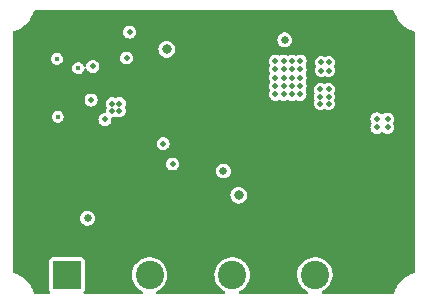
<source format=gbr>
%TF.GenerationSoftware,KiCad,Pcbnew,6.0.11+dfsg-1~bpo11+1*%
%TF.CreationDate,2023-08-28T18:41:00-05:00*%
%TF.ProjectId,Gauntl33tVoltageRegulator,4761756e-746c-4333-9374-566f6c746167,rev?*%
%TF.SameCoordinates,Original*%
%TF.FileFunction,Copper,L2,Inr*%
%TF.FilePolarity,Positive*%
%FSLAX46Y46*%
G04 Gerber Fmt 4.6, Leading zero omitted, Abs format (unit mm)*
G04 Created by KiCad (PCBNEW 6.0.11+dfsg-1~bpo11+1) date 2023-08-28 18:41:00*
%MOMM*%
%LPD*%
G01*
G04 APERTURE LIST*
%TA.AperFunction,ComponentPad*%
%ADD10R,2.400000X2.400000*%
%TD*%
%TA.AperFunction,ComponentPad*%
%ADD11C,2.400000*%
%TD*%
%TA.AperFunction,ViaPad*%
%ADD12C,0.800000*%
%TD*%
%TA.AperFunction,ViaPad*%
%ADD13C,0.650000*%
%TD*%
%TA.AperFunction,ViaPad*%
%ADD14C,0.500000*%
%TD*%
%TA.AperFunction,ViaPad*%
%ADD15C,0.400000*%
%TD*%
G04 APERTURE END LIST*
D10*
%TO.N,Net-(F2-Pad1)*%
%TO.C,J1*%
X122050000Y-128900000D03*
D11*
%TO.N,GND*%
X125550000Y-128900000D03*
%TO.N,Net-(F1-Pad1)*%
X129050000Y-128900000D03*
%TO.N,GND*%
X132550000Y-128900000D03*
%TO.N,Net-(J1-Pad5)*%
X136050000Y-128900000D03*
%TO.N,GND*%
X139550000Y-128900000D03*
%TO.N,/5V*%
X143050000Y-128900000D03*
%TO.N,GND*%
X146550000Y-128900000D03*
%TD*%
D12*
%TO.N,/5V*%
X130500000Y-109800000D03*
X136600000Y-122162500D03*
D13*
%TO.N,/+20V*%
X123800000Y-124100000D03*
D14*
X126500000Y-114400000D03*
D13*
X135300000Y-120100000D03*
D14*
X125265498Y-115734502D03*
X126500000Y-115000000D03*
X125900000Y-115000000D03*
X125900000Y-114400000D03*
X124100000Y-114100000D03*
D15*
%TO.N,/5V*%
X123005000Y-111390000D03*
D14*
%TO.N,GND*%
X134700000Y-118500000D03*
X150100000Y-122800000D03*
X126500000Y-112500000D03*
X132400000Y-118900000D03*
X128000000Y-122400000D03*
X146000000Y-112100000D03*
X128700000Y-121700000D03*
X150100000Y-123400000D03*
X145000000Y-121600000D03*
X128000000Y-118600000D03*
X128700000Y-120000000D03*
X146700000Y-114500000D03*
X146600000Y-110900000D03*
X127262000Y-112760000D03*
X150700000Y-121600000D03*
X150700000Y-122800000D03*
X118800000Y-109300000D03*
X127900000Y-113400000D03*
X146000000Y-114500000D03*
X145400000Y-113300000D03*
X126500000Y-113500000D03*
X145600000Y-121000000D03*
X145000000Y-122200000D03*
X145000000Y-119800000D03*
X129400000Y-122400000D03*
X140100000Y-122000000D03*
X129400000Y-120700000D03*
X129400000Y-120000000D03*
X125900000Y-112500000D03*
X132400000Y-119600000D03*
X139700000Y-124400000D03*
X127900000Y-114600000D03*
X145400000Y-114500000D03*
X146000000Y-113900000D03*
X150700000Y-123400000D03*
X127900000Y-115200000D03*
X138200000Y-122100000D03*
X128600000Y-110200000D03*
X125900000Y-113500000D03*
X146000000Y-110900000D03*
X128700000Y-122400000D03*
X145600000Y-122200000D03*
X129400000Y-119300000D03*
X129400000Y-121700000D03*
X145600000Y-120400000D03*
X150700000Y-118600000D03*
X120100000Y-113300000D03*
X145000000Y-121000000D03*
X122300000Y-110600000D03*
X137000000Y-124500000D03*
X134700000Y-119200000D03*
X145600000Y-119800000D03*
X128000000Y-121700000D03*
X125900000Y-113000000D03*
X128700000Y-120700000D03*
X145000000Y-119200000D03*
X127900000Y-114000000D03*
X128000000Y-120000000D03*
X140100000Y-120200000D03*
X129400000Y-118600000D03*
X139000000Y-122100000D03*
X146600000Y-111500000D03*
X146600000Y-113900000D03*
X128000000Y-120700000D03*
X136000000Y-123200000D03*
X146000000Y-113300000D03*
X145000000Y-118600000D03*
X150700000Y-119200000D03*
X136300000Y-124000000D03*
X128000000Y-123100000D03*
X146600000Y-112100000D03*
X143100000Y-124400000D03*
X128700000Y-118600000D03*
X132100000Y-122300000D03*
X124200000Y-106800000D03*
X132100000Y-123000000D03*
X146000000Y-111500000D03*
X127300000Y-114000000D03*
X146600000Y-113300000D03*
X145000000Y-120400000D03*
X150700000Y-120400000D03*
X145600000Y-118600000D03*
X127300000Y-115200000D03*
D12*
X119000000Y-129000000D03*
D14*
X129400000Y-123100000D03*
X128700000Y-123100000D03*
X145600000Y-122800000D03*
X145400000Y-110900000D03*
X145000000Y-123400000D03*
X145400000Y-113900000D03*
X145400000Y-112100000D03*
X122600000Y-107900000D03*
D12*
X118000000Y-128000000D03*
D14*
X127300000Y-114600000D03*
X122200000Y-114000000D03*
X128700000Y-119300000D03*
X128000000Y-119300000D03*
X145400000Y-111500000D03*
X150700000Y-122200000D03*
X150700000Y-121000000D03*
X121800000Y-116900000D03*
X150700000Y-119800000D03*
X127300000Y-113400000D03*
X145600000Y-121600000D03*
X145600000Y-119200000D03*
X126500000Y-113000000D03*
X145000000Y-122800000D03*
%TO.N,/PGOOD*%
X130200000Y-117800000D03*
X127121588Y-110521588D03*
D15*
%TO.N,/5V*%
X121215000Y-110610000D03*
X121275000Y-115520000D03*
D14*
X127367500Y-108332061D03*
%TO.N,/Vreg*%
X141100000Y-113600000D03*
X139700000Y-113600000D03*
X139700000Y-112200000D03*
X141800000Y-113600000D03*
X143600000Y-110900000D03*
X140400000Y-112900000D03*
X140400000Y-110800000D03*
X141800000Y-110800000D03*
X139700000Y-110800000D03*
X141800000Y-112900000D03*
X140400000Y-111500000D03*
X141800000Y-112200000D03*
X144200000Y-114400000D03*
X143500000Y-114400000D03*
X141100000Y-111500000D03*
X143500000Y-113200000D03*
D13*
X140500000Y-109000000D03*
D14*
X139700000Y-111500000D03*
X143600000Y-111600000D03*
X144200000Y-110900000D03*
X140400000Y-113600000D03*
X124246000Y-111254000D03*
X144200000Y-113200000D03*
X143500000Y-113800000D03*
X144200000Y-111600000D03*
X144200000Y-113800000D03*
X140400000Y-112200000D03*
X141100000Y-110800000D03*
X139700000Y-112900000D03*
X141100000Y-112900000D03*
X141100000Y-112200000D03*
X141800000Y-111500000D03*
%TO.N,Net-(F1-Pad1)*%
X149200000Y-115700000D03*
X148300000Y-116400000D03*
X149200000Y-116400000D03*
X148300000Y-115700000D03*
%TO.N,Net-(J1-Pad5)*%
X131000000Y-119500000D03*
%TD*%
%TA.AperFunction,Conductor*%
%TO.N,GND*%
G36*
X149721610Y-106520002D02*
G01*
X149768103Y-106573658D01*
X149773784Y-106588515D01*
X149845063Y-106817260D01*
X149959285Y-107071050D01*
X150103265Y-107309222D01*
X150105606Y-107312210D01*
X150105608Y-107312213D01*
X150272551Y-107525299D01*
X150274904Y-107528302D01*
X150471698Y-107725096D01*
X150474698Y-107727447D01*
X150474701Y-107727449D01*
X150628624Y-107848040D01*
X150690778Y-107896735D01*
X150694032Y-107898702D01*
X150925689Y-108038744D01*
X150925693Y-108038746D01*
X150928950Y-108040715D01*
X150959437Y-108054436D01*
X151179264Y-108153373D01*
X151179270Y-108153375D01*
X151182740Y-108154937D01*
X151186376Y-108156070D01*
X151411485Y-108226216D01*
X151470571Y-108265578D01*
X151498996Y-108330636D01*
X151500000Y-108346511D01*
X151500000Y-128653489D01*
X151479998Y-128721610D01*
X151426342Y-128768103D01*
X151411485Y-128773784D01*
X151182740Y-128845063D01*
X151179270Y-128846625D01*
X151179264Y-128846627D01*
X151142410Y-128863214D01*
X150928950Y-128959285D01*
X150925693Y-128961254D01*
X150925689Y-128961256D01*
X150773950Y-129052986D01*
X150690778Y-129103265D01*
X150687790Y-129105606D01*
X150687787Y-129105608D01*
X150474701Y-129272551D01*
X150471698Y-129274904D01*
X150274904Y-129471698D01*
X150272553Y-129474698D01*
X150272551Y-129474701D01*
X150115264Y-129675463D01*
X150103265Y-129690778D01*
X150101298Y-129694032D01*
X149989188Y-129879485D01*
X149959285Y-129928950D01*
X149906446Y-130046353D01*
X149846750Y-130178992D01*
X149845063Y-130182740D01*
X149814461Y-130280945D01*
X149773784Y-130411485D01*
X149734422Y-130470571D01*
X149669364Y-130498996D01*
X149653489Y-130500000D01*
X143738475Y-130500000D01*
X143670354Y-130479998D01*
X143623861Y-130426342D01*
X143613757Y-130356068D01*
X143643251Y-130291488D01*
X143683043Y-130260849D01*
X143816303Y-130195566D01*
X143816308Y-130195563D01*
X143820954Y-130193287D01*
X143825164Y-130190284D01*
X143825169Y-130190281D01*
X144017617Y-130053009D01*
X144017622Y-130053005D01*
X144021829Y-130050004D01*
X144196605Y-129875837D01*
X144340588Y-129675463D01*
X144449911Y-129454264D01*
X144505120Y-129272551D01*
X144520135Y-129223132D01*
X144520136Y-129223126D01*
X144521639Y-129218180D01*
X144553845Y-128973550D01*
X144555643Y-128900000D01*
X144542030Y-128734422D01*
X144535849Y-128659240D01*
X144535848Y-128659234D01*
X144535425Y-128654089D01*
X144475316Y-128414783D01*
X144376928Y-128188507D01*
X144242905Y-127981339D01*
X144216635Y-127952468D01*
X144190243Y-127923464D01*
X144076846Y-127798842D01*
X144072795Y-127795643D01*
X144072791Y-127795639D01*
X143887264Y-127649119D01*
X143887259Y-127649116D01*
X143883210Y-127645918D01*
X143878694Y-127643425D01*
X143878691Y-127643423D01*
X143671722Y-127529170D01*
X143671718Y-127529168D01*
X143667198Y-127526673D01*
X143662329Y-127524949D01*
X143662325Y-127524947D01*
X143439485Y-127446035D01*
X143439481Y-127446034D01*
X143434610Y-127444309D01*
X143429517Y-127443402D01*
X143429514Y-127443401D01*
X143196783Y-127401945D01*
X143196777Y-127401944D01*
X143191694Y-127401039D01*
X143112324Y-127400069D01*
X142950142Y-127398088D01*
X142950140Y-127398088D01*
X142944972Y-127398025D01*
X142701070Y-127435347D01*
X142466540Y-127512003D01*
X142380153Y-127556973D01*
X142257144Y-127621008D01*
X142247679Y-127625935D01*
X142243546Y-127629038D01*
X142243543Y-127629040D01*
X142054499Y-127770978D01*
X142050364Y-127774083D01*
X141879896Y-127952468D01*
X141876982Y-127956740D01*
X141876981Y-127956741D01*
X141857238Y-127985683D01*
X141740851Y-128156300D01*
X141636965Y-128380104D01*
X141571026Y-128617871D01*
X141544806Y-128863214D01*
X141559010Y-129109545D01*
X141560147Y-129114591D01*
X141560148Y-129114597D01*
X141582336Y-129213051D01*
X141613255Y-129350249D01*
X141706084Y-129578861D01*
X141835006Y-129789241D01*
X141996557Y-129975741D01*
X142186399Y-130133351D01*
X142199342Y-130140914D01*
X142394967Y-130255229D01*
X142394974Y-130255232D01*
X142399433Y-130257838D01*
X142404262Y-130259682D01*
X142405698Y-130260370D01*
X142458488Y-130307844D01*
X142477232Y-130376321D01*
X142455978Y-130444062D01*
X142401475Y-130489558D01*
X142351253Y-130500000D01*
X136738475Y-130500000D01*
X136670354Y-130479998D01*
X136623861Y-130426342D01*
X136613757Y-130356068D01*
X136643251Y-130291488D01*
X136683043Y-130260849D01*
X136816303Y-130195566D01*
X136816308Y-130195563D01*
X136820954Y-130193287D01*
X136825164Y-130190284D01*
X136825169Y-130190281D01*
X137017617Y-130053009D01*
X137017622Y-130053005D01*
X137021829Y-130050004D01*
X137196605Y-129875837D01*
X137340588Y-129675463D01*
X137449911Y-129454264D01*
X137505120Y-129272551D01*
X137520135Y-129223132D01*
X137520136Y-129223126D01*
X137521639Y-129218180D01*
X137553845Y-128973550D01*
X137555643Y-128900000D01*
X137542030Y-128734422D01*
X137535849Y-128659240D01*
X137535848Y-128659234D01*
X137535425Y-128654089D01*
X137475316Y-128414783D01*
X137376928Y-128188507D01*
X137242905Y-127981339D01*
X137216635Y-127952468D01*
X137190243Y-127923464D01*
X137076846Y-127798842D01*
X137072795Y-127795643D01*
X137072791Y-127795639D01*
X136887264Y-127649119D01*
X136887259Y-127649116D01*
X136883210Y-127645918D01*
X136878694Y-127643425D01*
X136878691Y-127643423D01*
X136671722Y-127529170D01*
X136671718Y-127529168D01*
X136667198Y-127526673D01*
X136662329Y-127524949D01*
X136662325Y-127524947D01*
X136439485Y-127446035D01*
X136439481Y-127446034D01*
X136434610Y-127444309D01*
X136429517Y-127443402D01*
X136429514Y-127443401D01*
X136196783Y-127401945D01*
X136196777Y-127401944D01*
X136191694Y-127401039D01*
X136112324Y-127400069D01*
X135950142Y-127398088D01*
X135950140Y-127398088D01*
X135944972Y-127398025D01*
X135701070Y-127435347D01*
X135466540Y-127512003D01*
X135380153Y-127556973D01*
X135257144Y-127621008D01*
X135247679Y-127625935D01*
X135243546Y-127629038D01*
X135243543Y-127629040D01*
X135054499Y-127770978D01*
X135050364Y-127774083D01*
X134879896Y-127952468D01*
X134876982Y-127956740D01*
X134876981Y-127956741D01*
X134857238Y-127985683D01*
X134740851Y-128156300D01*
X134636965Y-128380104D01*
X134571026Y-128617871D01*
X134544806Y-128863214D01*
X134559010Y-129109545D01*
X134560147Y-129114591D01*
X134560148Y-129114597D01*
X134582336Y-129213051D01*
X134613255Y-129350249D01*
X134706084Y-129578861D01*
X134835006Y-129789241D01*
X134996557Y-129975741D01*
X135186399Y-130133351D01*
X135199342Y-130140914D01*
X135394967Y-130255229D01*
X135394974Y-130255232D01*
X135399433Y-130257838D01*
X135404262Y-130259682D01*
X135405698Y-130260370D01*
X135458488Y-130307844D01*
X135477232Y-130376321D01*
X135455978Y-130444062D01*
X135401475Y-130489558D01*
X135351253Y-130500000D01*
X129738475Y-130500000D01*
X129670354Y-130479998D01*
X129623861Y-130426342D01*
X129613757Y-130356068D01*
X129643251Y-130291488D01*
X129683043Y-130260849D01*
X129816303Y-130195566D01*
X129816308Y-130195563D01*
X129820954Y-130193287D01*
X129825164Y-130190284D01*
X129825169Y-130190281D01*
X130017617Y-130053009D01*
X130017622Y-130053005D01*
X130021829Y-130050004D01*
X130196605Y-129875837D01*
X130340588Y-129675463D01*
X130449911Y-129454264D01*
X130505120Y-129272551D01*
X130520135Y-129223132D01*
X130520136Y-129223126D01*
X130521639Y-129218180D01*
X130553845Y-128973550D01*
X130555643Y-128900000D01*
X130542030Y-128734422D01*
X130535849Y-128659240D01*
X130535848Y-128659234D01*
X130535425Y-128654089D01*
X130475316Y-128414783D01*
X130376928Y-128188507D01*
X130242905Y-127981339D01*
X130216635Y-127952468D01*
X130190243Y-127923464D01*
X130076846Y-127798842D01*
X130072795Y-127795643D01*
X130072791Y-127795639D01*
X129887264Y-127649119D01*
X129887259Y-127649116D01*
X129883210Y-127645918D01*
X129878694Y-127643425D01*
X129878691Y-127643423D01*
X129671722Y-127529170D01*
X129671718Y-127529168D01*
X129667198Y-127526673D01*
X129662329Y-127524949D01*
X129662325Y-127524947D01*
X129439485Y-127446035D01*
X129439481Y-127446034D01*
X129434610Y-127444309D01*
X129429517Y-127443402D01*
X129429514Y-127443401D01*
X129196783Y-127401945D01*
X129196777Y-127401944D01*
X129191694Y-127401039D01*
X129112324Y-127400069D01*
X128950142Y-127398088D01*
X128950140Y-127398088D01*
X128944972Y-127398025D01*
X128701070Y-127435347D01*
X128466540Y-127512003D01*
X128380153Y-127556973D01*
X128257144Y-127621008D01*
X128247679Y-127625935D01*
X128243546Y-127629038D01*
X128243543Y-127629040D01*
X128054499Y-127770978D01*
X128050364Y-127774083D01*
X127879896Y-127952468D01*
X127876982Y-127956740D01*
X127876981Y-127956741D01*
X127857238Y-127985683D01*
X127740851Y-128156300D01*
X127636965Y-128380104D01*
X127571026Y-128617871D01*
X127544806Y-128863214D01*
X127559010Y-129109545D01*
X127560147Y-129114591D01*
X127560148Y-129114597D01*
X127582336Y-129213051D01*
X127613255Y-129350249D01*
X127706084Y-129578861D01*
X127835006Y-129789241D01*
X127996557Y-129975741D01*
X128186399Y-130133351D01*
X128199342Y-130140914D01*
X128394967Y-130255229D01*
X128394974Y-130255232D01*
X128399433Y-130257838D01*
X128404262Y-130259682D01*
X128405698Y-130260370D01*
X128458488Y-130307844D01*
X128477232Y-130376321D01*
X128455978Y-130444062D01*
X128401475Y-130489558D01*
X128351253Y-130500000D01*
X123579166Y-130500000D01*
X123511045Y-130479998D01*
X123464552Y-130426342D01*
X123454448Y-130356068D01*
X123483942Y-130291488D01*
X123489994Y-130284981D01*
X123494024Y-130280945D01*
X123494025Y-130280943D01*
X123502241Y-130272713D01*
X123507487Y-130260849D01*
X123543675Y-130178992D01*
X123547506Y-130170327D01*
X123550500Y-130144646D01*
X123550500Y-127655354D01*
X123547382Y-127629154D01*
X123501939Y-127526847D01*
X123489464Y-127514393D01*
X123430945Y-127455977D01*
X123422713Y-127447759D01*
X123412076Y-127443056D01*
X123412074Y-127443055D01*
X123352538Y-127416735D01*
X123320327Y-127402494D01*
X123294646Y-127399500D01*
X120805354Y-127399500D01*
X120801650Y-127399941D01*
X120801647Y-127399941D01*
X120794254Y-127400821D01*
X120779154Y-127402618D01*
X120676847Y-127448061D01*
X120597759Y-127527287D01*
X120552494Y-127629673D01*
X120549500Y-127655354D01*
X120549500Y-130144646D01*
X120552618Y-130170846D01*
X120598061Y-130273153D01*
X120606295Y-130281373D01*
X120606296Y-130281374D01*
X120609756Y-130284828D01*
X120643835Y-130347111D01*
X120638830Y-130417931D01*
X120596332Y-130474804D01*
X120529833Y-130499671D01*
X120520737Y-130500000D01*
X119346511Y-130500000D01*
X119278390Y-130479998D01*
X119231897Y-130426342D01*
X119226216Y-130411485D01*
X119185539Y-130280945D01*
X119154937Y-130182740D01*
X119153251Y-130178992D01*
X119093554Y-130046353D01*
X119040715Y-129928950D01*
X119010813Y-129879485D01*
X118898702Y-129694032D01*
X118896735Y-129690778D01*
X118884737Y-129675463D01*
X118727449Y-129474701D01*
X118727447Y-129474698D01*
X118725096Y-129471698D01*
X118528302Y-129274904D01*
X118525299Y-129272551D01*
X118312213Y-129105608D01*
X118312210Y-129105606D01*
X118309222Y-129103265D01*
X118226050Y-129052986D01*
X118074311Y-128961256D01*
X118074307Y-128961254D01*
X118071050Y-128959285D01*
X117857590Y-128863214D01*
X117820736Y-128846627D01*
X117820730Y-128846625D01*
X117817260Y-128845063D01*
X117588515Y-128773784D01*
X117529429Y-128734422D01*
X117501004Y-128669364D01*
X117500000Y-128653489D01*
X117500000Y-124093402D01*
X123169941Y-124093402D01*
X123186554Y-124243883D01*
X123238582Y-124386057D01*
X123242819Y-124392363D01*
X123242821Y-124392366D01*
X123281412Y-124449794D01*
X123323022Y-124511716D01*
X123434998Y-124613607D01*
X123441675Y-124617232D01*
X123441676Y-124617233D01*
X123561370Y-124682222D01*
X123561372Y-124682223D01*
X123568047Y-124685847D01*
X123575396Y-124687775D01*
X123707136Y-124722336D01*
X123707138Y-124722336D01*
X123714486Y-124724264D01*
X123794562Y-124725522D01*
X123858266Y-124726523D01*
X123858269Y-124726523D01*
X123865863Y-124726642D01*
X124013437Y-124692843D01*
X124080731Y-124658998D01*
X124141906Y-124628231D01*
X124141909Y-124628229D01*
X124148689Y-124624819D01*
X124263810Y-124526495D01*
X124352156Y-124403550D01*
X124408624Y-124263080D01*
X124429956Y-124113196D01*
X124430094Y-124100000D01*
X124411906Y-123949701D01*
X124358392Y-123808080D01*
X124272640Y-123683311D01*
X124159603Y-123582599D01*
X124152897Y-123579048D01*
X124152895Y-123579047D01*
X124092704Y-123547178D01*
X124025805Y-123511757D01*
X123878972Y-123474874D01*
X123871374Y-123474834D01*
X123871372Y-123474834D01*
X123806775Y-123474496D01*
X123727579Y-123474082D01*
X123720200Y-123475854D01*
X123720196Y-123475854D01*
X123587746Y-123507652D01*
X123587742Y-123507653D01*
X123580367Y-123509424D01*
X123445835Y-123578861D01*
X123440113Y-123583853D01*
X123440111Y-123583854D01*
X123337474Y-123673390D01*
X123337471Y-123673393D01*
X123331749Y-123678385D01*
X123244696Y-123802249D01*
X123189702Y-123943302D01*
X123169941Y-124093402D01*
X117500000Y-124093402D01*
X117500000Y-122155111D01*
X135894394Y-122155111D01*
X135912999Y-122323635D01*
X135971266Y-122482856D01*
X135975502Y-122489159D01*
X135975502Y-122489160D01*
X135988574Y-122508613D01*
X136065830Y-122623583D01*
X136071442Y-122628690D01*
X136071445Y-122628693D01*
X136185612Y-122732577D01*
X136185616Y-122732580D01*
X136191233Y-122737691D01*
X136197906Y-122741314D01*
X136197910Y-122741317D01*
X136333558Y-122814967D01*
X136333560Y-122814968D01*
X136340235Y-122818592D01*
X136347584Y-122820520D01*
X136496883Y-122859688D01*
X136496885Y-122859688D01*
X136504233Y-122861616D01*
X136590609Y-122862973D01*
X136666161Y-122864160D01*
X136666164Y-122864160D01*
X136673760Y-122864279D01*
X136681165Y-122862583D01*
X136681166Y-122862583D01*
X136741586Y-122848745D01*
X136839029Y-122826428D01*
X136990498Y-122750247D01*
X137119423Y-122640134D01*
X137218361Y-122502447D01*
X137226237Y-122482856D01*
X137278766Y-122352187D01*
X137278767Y-122352185D01*
X137281601Y-122345134D01*
X137305490Y-122177278D01*
X137305645Y-122162500D01*
X137303840Y-122147580D01*
X137286188Y-122001720D01*
X137285276Y-121994180D01*
X137225345Y-121835577D01*
X137129312Y-121695849D01*
X137117514Y-121685337D01*
X137008392Y-121588112D01*
X137008388Y-121588110D01*
X137002721Y-121583060D01*
X136852881Y-121503724D01*
X136688441Y-121462419D01*
X136680843Y-121462379D01*
X136680841Y-121462379D01*
X136603668Y-121461975D01*
X136518895Y-121461531D01*
X136511508Y-121463305D01*
X136511504Y-121463305D01*
X136368162Y-121497720D01*
X136354032Y-121501112D01*
X136347288Y-121504593D01*
X136347285Y-121504594D01*
X136342089Y-121507276D01*
X136203369Y-121578875D01*
X136075604Y-121690331D01*
X135978113Y-121829047D01*
X135916524Y-121987013D01*
X135894394Y-122155111D01*
X117500000Y-122155111D01*
X117500000Y-120093402D01*
X134669941Y-120093402D01*
X134686554Y-120243883D01*
X134738582Y-120386057D01*
X134742819Y-120392363D01*
X134742821Y-120392366D01*
X134781412Y-120449794D01*
X134823022Y-120511716D01*
X134934998Y-120613607D01*
X134941675Y-120617232D01*
X134941676Y-120617233D01*
X135061370Y-120682222D01*
X135061372Y-120682223D01*
X135068047Y-120685847D01*
X135075396Y-120687775D01*
X135207136Y-120722336D01*
X135207138Y-120722336D01*
X135214486Y-120724264D01*
X135294562Y-120725522D01*
X135358266Y-120726523D01*
X135358269Y-120726523D01*
X135365863Y-120726642D01*
X135513437Y-120692843D01*
X135580731Y-120658998D01*
X135641906Y-120628231D01*
X135641909Y-120628229D01*
X135648689Y-120624819D01*
X135763810Y-120526495D01*
X135852156Y-120403550D01*
X135908624Y-120263080D01*
X135929956Y-120113196D01*
X135930094Y-120100000D01*
X135911906Y-119949701D01*
X135906814Y-119936226D01*
X135861076Y-119815182D01*
X135861075Y-119815179D01*
X135858392Y-119808080D01*
X135772640Y-119683311D01*
X135659603Y-119582599D01*
X135652897Y-119579048D01*
X135652895Y-119579047D01*
X135592704Y-119547178D01*
X135525805Y-119511757D01*
X135378972Y-119474874D01*
X135371374Y-119474834D01*
X135371372Y-119474834D01*
X135306775Y-119474496D01*
X135227579Y-119474082D01*
X135220200Y-119475854D01*
X135220196Y-119475854D01*
X135087746Y-119507652D01*
X135087742Y-119507653D01*
X135080367Y-119509424D01*
X134945835Y-119578861D01*
X134940113Y-119583853D01*
X134940111Y-119583854D01*
X134837474Y-119673390D01*
X134837471Y-119673393D01*
X134831749Y-119678385D01*
X134827382Y-119684599D01*
X134757397Y-119784178D01*
X134744696Y-119802249D01*
X134689702Y-119943302D01*
X134688711Y-119950831D01*
X134674964Y-120055250D01*
X134669941Y-120093402D01*
X117500000Y-120093402D01*
X117500000Y-119500000D01*
X130444750Y-119500000D01*
X130463670Y-119643709D01*
X130519139Y-119777625D01*
X130607379Y-119892621D01*
X130722375Y-119980861D01*
X130856291Y-120036330D01*
X131000000Y-120055250D01*
X131143709Y-120036330D01*
X131277625Y-119980861D01*
X131392621Y-119892621D01*
X131480861Y-119777625D01*
X131536330Y-119643709D01*
X131555250Y-119500000D01*
X131536330Y-119356291D01*
X131480861Y-119222375D01*
X131392621Y-119107379D01*
X131277625Y-119019139D01*
X131143709Y-118963670D01*
X131000000Y-118944750D01*
X130856291Y-118963670D01*
X130722375Y-119019139D01*
X130607379Y-119107379D01*
X130519139Y-119222375D01*
X130463670Y-119356291D01*
X130444750Y-119500000D01*
X117500000Y-119500000D01*
X117500000Y-117800000D01*
X129644750Y-117800000D01*
X129663670Y-117943709D01*
X129719139Y-118077625D01*
X129807379Y-118192621D01*
X129922375Y-118280861D01*
X130056291Y-118336330D01*
X130200000Y-118355250D01*
X130343709Y-118336330D01*
X130477625Y-118280861D01*
X130592621Y-118192621D01*
X130680861Y-118077625D01*
X130736330Y-117943709D01*
X130755250Y-117800000D01*
X130736330Y-117656291D01*
X130680861Y-117522375D01*
X130592621Y-117407379D01*
X130477625Y-117319139D01*
X130343709Y-117263670D01*
X130200000Y-117244750D01*
X130056291Y-117263670D01*
X129922375Y-117319139D01*
X129807379Y-117407379D01*
X129719139Y-117522375D01*
X129663670Y-117656291D01*
X129644750Y-117800000D01*
X117500000Y-117800000D01*
X117500000Y-116400000D01*
X147744750Y-116400000D01*
X147763670Y-116543709D01*
X147819139Y-116677625D01*
X147907379Y-116792621D01*
X148022375Y-116880861D01*
X148156291Y-116936330D01*
X148300000Y-116955250D01*
X148443709Y-116936330D01*
X148577625Y-116880861D01*
X148673295Y-116807450D01*
X148739516Y-116781849D01*
X148809065Y-116796114D01*
X148826704Y-116807450D01*
X148922375Y-116880861D01*
X149056291Y-116936330D01*
X149200000Y-116955250D01*
X149343709Y-116936330D01*
X149477625Y-116880861D01*
X149592621Y-116792621D01*
X149680861Y-116677625D01*
X149736330Y-116543709D01*
X149755250Y-116400000D01*
X149736330Y-116256291D01*
X149680861Y-116122375D01*
X149675835Y-116115825D01*
X149674204Y-116113000D01*
X149657466Y-116044004D01*
X149674204Y-115987000D01*
X149675835Y-115984175D01*
X149680861Y-115977625D01*
X149736330Y-115843709D01*
X149755250Y-115700000D01*
X149736330Y-115556291D01*
X149680861Y-115422375D01*
X149592621Y-115307379D01*
X149477625Y-115219139D01*
X149343709Y-115163670D01*
X149200000Y-115144750D01*
X149056291Y-115163670D01*
X148922375Y-115219139D01*
X148856097Y-115269996D01*
X148826704Y-115292550D01*
X148760484Y-115318151D01*
X148690935Y-115303886D01*
X148673296Y-115292550D01*
X148643903Y-115269996D01*
X148577625Y-115219139D01*
X148443709Y-115163670D01*
X148300000Y-115144750D01*
X148156291Y-115163670D01*
X148022375Y-115219139D01*
X147907379Y-115307379D01*
X147819139Y-115422375D01*
X147763670Y-115556291D01*
X147744750Y-115700000D01*
X147763670Y-115843709D01*
X147819139Y-115977625D01*
X147824165Y-115984175D01*
X147825796Y-115987000D01*
X147842534Y-116055996D01*
X147825796Y-116113000D01*
X147824165Y-116115825D01*
X147819139Y-116122375D01*
X147763670Y-116256291D01*
X147744750Y-116400000D01*
X117500000Y-116400000D01*
X117500000Y-115513823D01*
X120769391Y-115513823D01*
X120770555Y-115522725D01*
X120770555Y-115522728D01*
X120773946Y-115548660D01*
X120787980Y-115655979D01*
X120845720Y-115787203D01*
X120851497Y-115794076D01*
X120851498Y-115794077D01*
X120915336Y-115870022D01*
X120937970Y-115896948D01*
X121057313Y-115976390D01*
X121194157Y-116019142D01*
X121203129Y-116019306D01*
X121203132Y-116019307D01*
X121268463Y-116020504D01*
X121337499Y-116021770D01*
X121346533Y-116019307D01*
X121467158Y-115986421D01*
X121467160Y-115986420D01*
X121475817Y-115984060D01*
X121597991Y-115909045D01*
X121694200Y-115802754D01*
X121727268Y-115734502D01*
X124710248Y-115734502D01*
X124729168Y-115878211D01*
X124784637Y-116012127D01*
X124872877Y-116127123D01*
X124987873Y-116215363D01*
X125121789Y-116270832D01*
X125265498Y-116289752D01*
X125409207Y-116270832D01*
X125543123Y-116215363D01*
X125658119Y-116127123D01*
X125746359Y-116012127D01*
X125801828Y-115878211D01*
X125820748Y-115734502D01*
X125815348Y-115693482D01*
X125826288Y-115623333D01*
X125873416Y-115570235D01*
X125923823Y-115552114D01*
X126019403Y-115539530D01*
X126043709Y-115536330D01*
X126151783Y-115491565D01*
X126222372Y-115483976D01*
X126248215Y-115491564D01*
X126356291Y-115536330D01*
X126500000Y-115555250D01*
X126643709Y-115536330D01*
X126777625Y-115480861D01*
X126892621Y-115392621D01*
X126980861Y-115277625D01*
X127036330Y-115143709D01*
X127055250Y-115000000D01*
X127036330Y-114856291D01*
X126991565Y-114748217D01*
X126983976Y-114677628D01*
X126991565Y-114651782D01*
X126997966Y-114636330D01*
X127036330Y-114543709D01*
X127055250Y-114400000D01*
X142944750Y-114400000D01*
X142963670Y-114543709D01*
X143019139Y-114677625D01*
X143107379Y-114792621D01*
X143222375Y-114880861D01*
X143356291Y-114936330D01*
X143500000Y-114955250D01*
X143643709Y-114936330D01*
X143777625Y-114880861D01*
X143784175Y-114875835D01*
X143787000Y-114874204D01*
X143855996Y-114857466D01*
X143913000Y-114874204D01*
X143915825Y-114875835D01*
X143922375Y-114880861D01*
X144056291Y-114936330D01*
X144200000Y-114955250D01*
X144343709Y-114936330D01*
X144477625Y-114880861D01*
X144592621Y-114792621D01*
X144680861Y-114677625D01*
X144736330Y-114543709D01*
X144755250Y-114400000D01*
X144736330Y-114256291D01*
X144691565Y-114148217D01*
X144683976Y-114077628D01*
X144691565Y-114051782D01*
X144733169Y-113951340D01*
X144736330Y-113943709D01*
X144755250Y-113800000D01*
X144736330Y-113656291D01*
X144691565Y-113548217D01*
X144683976Y-113477628D01*
X144691565Y-113451782D01*
X144692859Y-113448660D01*
X144736330Y-113343709D01*
X144755250Y-113200000D01*
X144736330Y-113056291D01*
X144680861Y-112922375D01*
X144592621Y-112807379D01*
X144477625Y-112719139D01*
X144343709Y-112663670D01*
X144200000Y-112644750D01*
X144056291Y-112663670D01*
X143922375Y-112719139D01*
X143915825Y-112724165D01*
X143913000Y-112725796D01*
X143844004Y-112742534D01*
X143787000Y-112725796D01*
X143784175Y-112724165D01*
X143777625Y-112719139D01*
X143643709Y-112663670D01*
X143500000Y-112644750D01*
X143356291Y-112663670D01*
X143222375Y-112719139D01*
X143107379Y-112807379D01*
X143019139Y-112922375D01*
X142963670Y-113056291D01*
X142944750Y-113200000D01*
X142963670Y-113343709D01*
X143007142Y-113448660D01*
X143008435Y-113451782D01*
X143016024Y-113522372D01*
X143008436Y-113548215D01*
X142963670Y-113656291D01*
X142944750Y-113800000D01*
X142963670Y-113943709D01*
X142966831Y-113951340D01*
X143008435Y-114051782D01*
X143016024Y-114122372D01*
X143008436Y-114148215D01*
X142963670Y-114256291D01*
X142944750Y-114400000D01*
X127055250Y-114400000D01*
X127036330Y-114256291D01*
X126980861Y-114122375D01*
X126892621Y-114007379D01*
X126777625Y-113919139D01*
X126643709Y-113863670D01*
X126500000Y-113844750D01*
X126356291Y-113863670D01*
X126248217Y-113908435D01*
X126177628Y-113916024D01*
X126151785Y-113908436D01*
X126043709Y-113863670D01*
X125900000Y-113844750D01*
X125756291Y-113863670D01*
X125622375Y-113919139D01*
X125507379Y-114007379D01*
X125419139Y-114122375D01*
X125363670Y-114256291D01*
X125344750Y-114400000D01*
X125363670Y-114543709D01*
X125402035Y-114636330D01*
X125408435Y-114651782D01*
X125416024Y-114722372D01*
X125408436Y-114748215D01*
X125363670Y-114856291D01*
X125344750Y-115000000D01*
X125345828Y-115008188D01*
X125345828Y-115008190D01*
X125350150Y-115041020D01*
X125339210Y-115111169D01*
X125292082Y-115164267D01*
X125241675Y-115182388D01*
X125155373Y-115193750D01*
X125121789Y-115198172D01*
X124987873Y-115253641D01*
X124872877Y-115341881D01*
X124784637Y-115456877D01*
X124729168Y-115590793D01*
X124710248Y-115734502D01*
X121727268Y-115734502D01*
X121756710Y-115673733D01*
X121780496Y-115532354D01*
X121780647Y-115520000D01*
X121763125Y-115397647D01*
X121761596Y-115386968D01*
X121761595Y-115386965D01*
X121760323Y-115378082D01*
X121743864Y-115341881D01*
X121733074Y-115318151D01*
X121700984Y-115247572D01*
X121644818Y-115182388D01*
X121613260Y-115145763D01*
X121613257Y-115145760D01*
X121607400Y-115138963D01*
X121487095Y-115060985D01*
X121349739Y-115019907D01*
X121340763Y-115019852D01*
X121340762Y-115019852D01*
X121280555Y-115019484D01*
X121206376Y-115019031D01*
X121068529Y-115058428D01*
X120947280Y-115134930D01*
X120852377Y-115242388D01*
X120791447Y-115372163D01*
X120783629Y-115422375D01*
X120779278Y-115450324D01*
X120769391Y-115513823D01*
X117500000Y-115513823D01*
X117500000Y-114100000D01*
X123544750Y-114100000D01*
X123563670Y-114243709D01*
X123619139Y-114377625D01*
X123707379Y-114492621D01*
X123822375Y-114580861D01*
X123956291Y-114636330D01*
X124100000Y-114655250D01*
X124243709Y-114636330D01*
X124377625Y-114580861D01*
X124492621Y-114492621D01*
X124580861Y-114377625D01*
X124636330Y-114243709D01*
X124655250Y-114100000D01*
X124636330Y-113956291D01*
X124580861Y-113822375D01*
X124492621Y-113707379D01*
X124377625Y-113619139D01*
X124331419Y-113600000D01*
X139144750Y-113600000D01*
X139163670Y-113743709D01*
X139219139Y-113877625D01*
X139307379Y-113992621D01*
X139422375Y-114080861D01*
X139556291Y-114136330D01*
X139700000Y-114155250D01*
X139843709Y-114136330D01*
X139977625Y-114080861D01*
X139984175Y-114075835D01*
X139987000Y-114074204D01*
X140055996Y-114057466D01*
X140113000Y-114074204D01*
X140115825Y-114075835D01*
X140122375Y-114080861D01*
X140256291Y-114136330D01*
X140400000Y-114155250D01*
X140543709Y-114136330D01*
X140677625Y-114080861D01*
X140684175Y-114075835D01*
X140687000Y-114074204D01*
X140755996Y-114057466D01*
X140813000Y-114074204D01*
X140815825Y-114075835D01*
X140822375Y-114080861D01*
X140956291Y-114136330D01*
X141100000Y-114155250D01*
X141243709Y-114136330D01*
X141377625Y-114080861D01*
X141384175Y-114075835D01*
X141387000Y-114074204D01*
X141455996Y-114057466D01*
X141513000Y-114074204D01*
X141515825Y-114075835D01*
X141522375Y-114080861D01*
X141656291Y-114136330D01*
X141800000Y-114155250D01*
X141943709Y-114136330D01*
X142077625Y-114080861D01*
X142192621Y-113992621D01*
X142280861Y-113877625D01*
X142336330Y-113743709D01*
X142355250Y-113600000D01*
X142336330Y-113456291D01*
X142280861Y-113322375D01*
X142275835Y-113315825D01*
X142274204Y-113313000D01*
X142257466Y-113244004D01*
X142274204Y-113187000D01*
X142275835Y-113184175D01*
X142280861Y-113177625D01*
X142336330Y-113043709D01*
X142355250Y-112900000D01*
X142336330Y-112756291D01*
X142280861Y-112622375D01*
X142275835Y-112615825D01*
X142274204Y-112613000D01*
X142257466Y-112544004D01*
X142274204Y-112487000D01*
X142275835Y-112484175D01*
X142280861Y-112477625D01*
X142336330Y-112343709D01*
X142355250Y-112200000D01*
X142336330Y-112056291D01*
X142280861Y-111922375D01*
X142275835Y-111915825D01*
X142274204Y-111913000D01*
X142257466Y-111844004D01*
X142274204Y-111787000D01*
X142275835Y-111784175D01*
X142280861Y-111777625D01*
X142336330Y-111643709D01*
X142342085Y-111600000D01*
X143044750Y-111600000D01*
X143063670Y-111743709D01*
X143119139Y-111877625D01*
X143207379Y-111992621D01*
X143322375Y-112080861D01*
X143456291Y-112136330D01*
X143600000Y-112155250D01*
X143743709Y-112136330D01*
X143851783Y-112091565D01*
X143922372Y-112083976D01*
X143948215Y-112091564D01*
X144056291Y-112136330D01*
X144200000Y-112155250D01*
X144343709Y-112136330D01*
X144477625Y-112080861D01*
X144592621Y-111992621D01*
X144680861Y-111877625D01*
X144736330Y-111743709D01*
X144755250Y-111600000D01*
X144736330Y-111456291D01*
X144680861Y-111322375D01*
X144675835Y-111315825D01*
X144674204Y-111313000D01*
X144657466Y-111244004D01*
X144674204Y-111187000D01*
X144675835Y-111184175D01*
X144680861Y-111177625D01*
X144736330Y-111043709D01*
X144755250Y-110900000D01*
X144736330Y-110756291D01*
X144680861Y-110622375D01*
X144592621Y-110507379D01*
X144477625Y-110419139D01*
X144343709Y-110363670D01*
X144200000Y-110344750D01*
X144056291Y-110363670D01*
X143948217Y-110408435D01*
X143877628Y-110416024D01*
X143851785Y-110408436D01*
X143743709Y-110363670D01*
X143600000Y-110344750D01*
X143456291Y-110363670D01*
X143322375Y-110419139D01*
X143207379Y-110507379D01*
X143119139Y-110622375D01*
X143063670Y-110756291D01*
X143044750Y-110900000D01*
X143063670Y-111043709D01*
X143119139Y-111177625D01*
X143124165Y-111184175D01*
X143125796Y-111187000D01*
X143142534Y-111255996D01*
X143125796Y-111313000D01*
X143124165Y-111315825D01*
X143119139Y-111322375D01*
X143063670Y-111456291D01*
X143044750Y-111600000D01*
X142342085Y-111600000D01*
X142355250Y-111500000D01*
X142336330Y-111356291D01*
X142280861Y-111222375D01*
X142275835Y-111215825D01*
X142274204Y-111213000D01*
X142257466Y-111144004D01*
X142274204Y-111087000D01*
X142275835Y-111084175D01*
X142280861Y-111077625D01*
X142336330Y-110943709D01*
X142355250Y-110800000D01*
X142336330Y-110656291D01*
X142280861Y-110522375D01*
X142192621Y-110407379D01*
X142077625Y-110319139D01*
X141943709Y-110263670D01*
X141800000Y-110244750D01*
X141656291Y-110263670D01*
X141522375Y-110319139D01*
X141515825Y-110324165D01*
X141513000Y-110325796D01*
X141444004Y-110342534D01*
X141387000Y-110325796D01*
X141384175Y-110324165D01*
X141377625Y-110319139D01*
X141243709Y-110263670D01*
X141100000Y-110244750D01*
X140956291Y-110263670D01*
X140822375Y-110319139D01*
X140815825Y-110324165D01*
X140813000Y-110325796D01*
X140744004Y-110342534D01*
X140687000Y-110325796D01*
X140684175Y-110324165D01*
X140677625Y-110319139D01*
X140543709Y-110263670D01*
X140400000Y-110244750D01*
X140256291Y-110263670D01*
X140122375Y-110319139D01*
X140115825Y-110324165D01*
X140113000Y-110325796D01*
X140044004Y-110342534D01*
X139987000Y-110325796D01*
X139984175Y-110324165D01*
X139977625Y-110319139D01*
X139843709Y-110263670D01*
X139700000Y-110244750D01*
X139556291Y-110263670D01*
X139422375Y-110319139D01*
X139307379Y-110407379D01*
X139219139Y-110522375D01*
X139163670Y-110656291D01*
X139144750Y-110800000D01*
X139163670Y-110943709D01*
X139219139Y-111077625D01*
X139224165Y-111084175D01*
X139225796Y-111087000D01*
X139242534Y-111155996D01*
X139225796Y-111213000D01*
X139224165Y-111215825D01*
X139219139Y-111222375D01*
X139163670Y-111356291D01*
X139144750Y-111500000D01*
X139163670Y-111643709D01*
X139219139Y-111777625D01*
X139224165Y-111784175D01*
X139225796Y-111787000D01*
X139242534Y-111855996D01*
X139225796Y-111913000D01*
X139224165Y-111915825D01*
X139219139Y-111922375D01*
X139163670Y-112056291D01*
X139144750Y-112200000D01*
X139163670Y-112343709D01*
X139219139Y-112477625D01*
X139224165Y-112484175D01*
X139225796Y-112487000D01*
X139242534Y-112555996D01*
X139225796Y-112613000D01*
X139224165Y-112615825D01*
X139219139Y-112622375D01*
X139163670Y-112756291D01*
X139144750Y-112900000D01*
X139163670Y-113043709D01*
X139219139Y-113177625D01*
X139224165Y-113184175D01*
X139225796Y-113187000D01*
X139242534Y-113255996D01*
X139225796Y-113313000D01*
X139224165Y-113315825D01*
X139219139Y-113322375D01*
X139163670Y-113456291D01*
X139144750Y-113600000D01*
X124331419Y-113600000D01*
X124243709Y-113563670D01*
X124100000Y-113544750D01*
X123956291Y-113563670D01*
X123822375Y-113619139D01*
X123707379Y-113707379D01*
X123619139Y-113822375D01*
X123563670Y-113956291D01*
X123544750Y-114100000D01*
X117500000Y-114100000D01*
X117500000Y-111383823D01*
X122499391Y-111383823D01*
X122500555Y-111392725D01*
X122500555Y-111392728D01*
X122504886Y-111425848D01*
X122517980Y-111525979D01*
X122575720Y-111657203D01*
X122581497Y-111664076D01*
X122581498Y-111664077D01*
X122588792Y-111672754D01*
X122667970Y-111766948D01*
X122787313Y-111846390D01*
X122924157Y-111889142D01*
X122933129Y-111889306D01*
X122933132Y-111889307D01*
X122998463Y-111890504D01*
X123067499Y-111891770D01*
X123076533Y-111889307D01*
X123197158Y-111856421D01*
X123197160Y-111856420D01*
X123205817Y-111854060D01*
X123327991Y-111779045D01*
X123424200Y-111672754D01*
X123486710Y-111543733D01*
X123495800Y-111489705D01*
X123526828Y-111425848D01*
X123587454Y-111388901D01*
X123658430Y-111390597D01*
X123717222Y-111430397D01*
X123736463Y-111462394D01*
X123765139Y-111531625D01*
X123853379Y-111646621D01*
X123968375Y-111734861D01*
X124102291Y-111790330D01*
X124246000Y-111809250D01*
X124389709Y-111790330D01*
X124523625Y-111734861D01*
X124638621Y-111646621D01*
X124726861Y-111531625D01*
X124782330Y-111397709D01*
X124801250Y-111254000D01*
X124782330Y-111110291D01*
X124726861Y-110976375D01*
X124638621Y-110861379D01*
X124523625Y-110773139D01*
X124389709Y-110717670D01*
X124246000Y-110698750D01*
X124102291Y-110717670D01*
X123968375Y-110773139D01*
X123853379Y-110861379D01*
X123765139Y-110976375D01*
X123709670Y-111110291D01*
X123708592Y-111118480D01*
X123703800Y-111154875D01*
X123675077Y-111219802D01*
X123615811Y-111258893D01*
X123544819Y-111259737D01*
X123484641Y-111222066D01*
X123464177Y-111190577D01*
X123434702Y-111125748D01*
X123434700Y-111125745D01*
X123430984Y-111117572D01*
X123394956Y-111075760D01*
X123343260Y-111015763D01*
X123343257Y-111015760D01*
X123337400Y-111008963D01*
X123217095Y-110930985D01*
X123079739Y-110889907D01*
X123070763Y-110889852D01*
X123070762Y-110889852D01*
X123010555Y-110889484D01*
X122936376Y-110889031D01*
X122798529Y-110928428D01*
X122677280Y-111004930D01*
X122582377Y-111112388D01*
X122521447Y-111242163D01*
X122518842Y-111258893D01*
X122502403Y-111364480D01*
X122499391Y-111383823D01*
X117500000Y-111383823D01*
X117500000Y-110603823D01*
X120709391Y-110603823D01*
X120710555Y-110612725D01*
X120710555Y-110612728D01*
X120718685Y-110674901D01*
X120727980Y-110745979D01*
X120785720Y-110877203D01*
X120791497Y-110884076D01*
X120791498Y-110884077D01*
X120834740Y-110935520D01*
X120877970Y-110986948D01*
X120997313Y-111066390D01*
X121005888Y-111069069D01*
X121021864Y-111074060D01*
X121134157Y-111109142D01*
X121143129Y-111109306D01*
X121143132Y-111109307D01*
X121208463Y-111110504D01*
X121277499Y-111111770D01*
X121286533Y-111109307D01*
X121407158Y-111076421D01*
X121407160Y-111076420D01*
X121415817Y-111074060D01*
X121537991Y-110999045D01*
X121634200Y-110892754D01*
X121696710Y-110763733D01*
X121720496Y-110622354D01*
X121720647Y-110610000D01*
X121707986Y-110521588D01*
X126566338Y-110521588D01*
X126585258Y-110665297D01*
X126640727Y-110799213D01*
X126728967Y-110914209D01*
X126843963Y-111002449D01*
X126977879Y-111057918D01*
X127121588Y-111076838D01*
X127265297Y-111057918D01*
X127399213Y-111002449D01*
X127514209Y-110914209D01*
X127602449Y-110799213D01*
X127657918Y-110665297D01*
X127676838Y-110521588D01*
X127657918Y-110377879D01*
X127602449Y-110243963D01*
X127514209Y-110128967D01*
X127399213Y-110040727D01*
X127265297Y-109985258D01*
X127121588Y-109966338D01*
X126977879Y-109985258D01*
X126843963Y-110040727D01*
X126728967Y-110128967D01*
X126640727Y-110243963D01*
X126585258Y-110377879D01*
X126566338Y-110521588D01*
X121707986Y-110521588D01*
X121704906Y-110500083D01*
X121701596Y-110476968D01*
X121701595Y-110476965D01*
X121700323Y-110468082D01*
X121640984Y-110337572D01*
X121584027Y-110271470D01*
X121553260Y-110235763D01*
X121553257Y-110235760D01*
X121547400Y-110228963D01*
X121427095Y-110150985D01*
X121289739Y-110109907D01*
X121280763Y-110109852D01*
X121280762Y-110109852D01*
X121220555Y-110109484D01*
X121146376Y-110109031D01*
X121008529Y-110148428D01*
X120887280Y-110224930D01*
X120792377Y-110332388D01*
X120731447Y-110462163D01*
X120709391Y-110603823D01*
X117500000Y-110603823D01*
X117500000Y-109792611D01*
X129794394Y-109792611D01*
X129812999Y-109961135D01*
X129821827Y-109985258D01*
X129868384Y-110112480D01*
X129871266Y-110120356D01*
X129875502Y-110126659D01*
X129875502Y-110126660D01*
X129888472Y-110145962D01*
X129965830Y-110261083D01*
X129971442Y-110266190D01*
X129971445Y-110266193D01*
X130085612Y-110370077D01*
X130085616Y-110370080D01*
X130091233Y-110375191D01*
X130097906Y-110378814D01*
X130097910Y-110378817D01*
X130233558Y-110452467D01*
X130233560Y-110452468D01*
X130240235Y-110456092D01*
X130247584Y-110458020D01*
X130396883Y-110497188D01*
X130396885Y-110497188D01*
X130404233Y-110499116D01*
X130490609Y-110500473D01*
X130566161Y-110501660D01*
X130566164Y-110501660D01*
X130573760Y-110501779D01*
X130581165Y-110500083D01*
X130581166Y-110500083D01*
X130682092Y-110476968D01*
X130739029Y-110463928D01*
X130890498Y-110387747D01*
X131019423Y-110277634D01*
X131118361Y-110139947D01*
X131123702Y-110126660D01*
X131178766Y-109989687D01*
X131178767Y-109989685D01*
X131181601Y-109982634D01*
X131205490Y-109814778D01*
X131205645Y-109800000D01*
X131203840Y-109785080D01*
X131186188Y-109639220D01*
X131185276Y-109631680D01*
X131125345Y-109473077D01*
X131086686Y-109416828D01*
X131033614Y-109339608D01*
X131033613Y-109339607D01*
X131029312Y-109333349D01*
X131017514Y-109322837D01*
X130908392Y-109225612D01*
X130908388Y-109225610D01*
X130902721Y-109220560D01*
X130752881Y-109141224D01*
X130588441Y-109099919D01*
X130580843Y-109099879D01*
X130580841Y-109099879D01*
X130503668Y-109099475D01*
X130418895Y-109099031D01*
X130411508Y-109100805D01*
X130411504Y-109100805D01*
X130268162Y-109135220D01*
X130254032Y-109138612D01*
X130247288Y-109142093D01*
X130247285Y-109142094D01*
X130110117Y-109212892D01*
X130103369Y-109216375D01*
X129975604Y-109327831D01*
X129878113Y-109466547D01*
X129816524Y-109624513D01*
X129794394Y-109792611D01*
X117500000Y-109792611D01*
X117500000Y-108993402D01*
X139869941Y-108993402D01*
X139886554Y-109143883D01*
X139938582Y-109286057D01*
X139942819Y-109292363D01*
X139942821Y-109292366D01*
X139970361Y-109333349D01*
X140023022Y-109411716D01*
X140134998Y-109513607D01*
X140141675Y-109517232D01*
X140141676Y-109517233D01*
X140261370Y-109582222D01*
X140261372Y-109582223D01*
X140268047Y-109585847D01*
X140275396Y-109587775D01*
X140407136Y-109622336D01*
X140407138Y-109622336D01*
X140414486Y-109624264D01*
X140494562Y-109625522D01*
X140558266Y-109626523D01*
X140558269Y-109626523D01*
X140565863Y-109626642D01*
X140713437Y-109592843D01*
X140780731Y-109558998D01*
X140841906Y-109528231D01*
X140841909Y-109528229D01*
X140848689Y-109524819D01*
X140963810Y-109426495D01*
X141052156Y-109303550D01*
X141108624Y-109163080D01*
X141129956Y-109013196D01*
X141130094Y-109000000D01*
X141111906Y-108849701D01*
X141106814Y-108836226D01*
X141061076Y-108715182D01*
X141061075Y-108715179D01*
X141058392Y-108708080D01*
X140972640Y-108583311D01*
X140859603Y-108482599D01*
X140852897Y-108479048D01*
X140852895Y-108479047D01*
X140792704Y-108447178D01*
X140725805Y-108411757D01*
X140578972Y-108374874D01*
X140571374Y-108374834D01*
X140571372Y-108374834D01*
X140506775Y-108374496D01*
X140427579Y-108374082D01*
X140420200Y-108375854D01*
X140420196Y-108375854D01*
X140287746Y-108407652D01*
X140287742Y-108407653D01*
X140280367Y-108409424D01*
X140145835Y-108478861D01*
X140140113Y-108483853D01*
X140140111Y-108483854D01*
X140037474Y-108573390D01*
X140037471Y-108573393D01*
X140031749Y-108578385D01*
X139944696Y-108702249D01*
X139889702Y-108843302D01*
X139869941Y-108993402D01*
X117500000Y-108993402D01*
X117500000Y-108346511D01*
X117504243Y-108332061D01*
X126812250Y-108332061D01*
X126831170Y-108475770D01*
X126886639Y-108609686D01*
X126974879Y-108724682D01*
X127089875Y-108812922D01*
X127223791Y-108868391D01*
X127367500Y-108887311D01*
X127511209Y-108868391D01*
X127645125Y-108812922D01*
X127760121Y-108724682D01*
X127848361Y-108609686D01*
X127903830Y-108475770D01*
X127922750Y-108332061D01*
X127903830Y-108188352D01*
X127848361Y-108054436D01*
X127760121Y-107939440D01*
X127645125Y-107851200D01*
X127511209Y-107795731D01*
X127367500Y-107776811D01*
X127223791Y-107795731D01*
X127089875Y-107851200D01*
X126974879Y-107939440D01*
X126886639Y-108054436D01*
X126831170Y-108188352D01*
X126812250Y-108332061D01*
X117504243Y-108332061D01*
X117520002Y-108278390D01*
X117573658Y-108231897D01*
X117588515Y-108226216D01*
X117813624Y-108156070D01*
X117817260Y-108154937D01*
X117820730Y-108153375D01*
X117820736Y-108153373D01*
X118040563Y-108054436D01*
X118071050Y-108040715D01*
X118074307Y-108038746D01*
X118074311Y-108038744D01*
X118305968Y-107898702D01*
X118309222Y-107896735D01*
X118371377Y-107848040D01*
X118525299Y-107727449D01*
X118525302Y-107727447D01*
X118528302Y-107725096D01*
X118725096Y-107528302D01*
X118727449Y-107525299D01*
X118894392Y-107312213D01*
X118894394Y-107312210D01*
X118896735Y-107309222D01*
X119040715Y-107071050D01*
X119154937Y-106817260D01*
X119226216Y-106588515D01*
X119265578Y-106529429D01*
X119330636Y-106501004D01*
X119346511Y-106500000D01*
X149653489Y-106500000D01*
X149721610Y-106520002D01*
G37*
%TD.AperFunction*%
%TD*%
M02*

</source>
